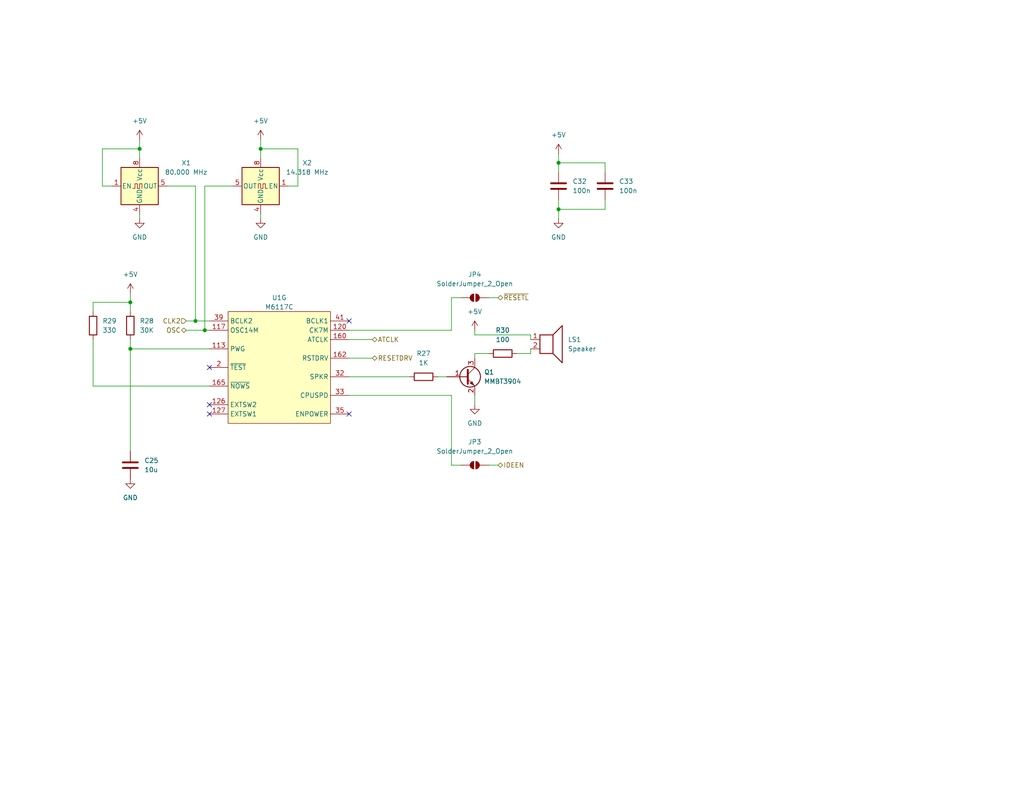
<source format=kicad_sch>
(kicad_sch (version 20250114) (generator "eeschema") (generator_version "9.0")
  (paper "USLetter")
  (lib_symbols
    (symbol "Device:C" (pin_numbers (hide yes)) (pin_names (offset 0.254))
      (property "Reference" "C" (at 0.635 2.54 0))
      (property "Value" "C" (at 0.635 -2.54 0))
      (symbol "C_0_1"
        (polyline (pts (xy -2.032 0.762) (xy 2.032 0.762)) (stroke (width 0.508)))
        (polyline (pts (xy -2.032 -0.762) (xy 2.032 -0.762)) (stroke (width 0.508)))
      )
      (symbol "C_1_1"
        (pin passive line (at 0 3.81 270) (length 2.794) (name "~") (number "1"))
        (pin passive line (at 0 -3.81 90) (length 2.794) (name "~") (number "2"))
      )
    )
    (symbol "Device:R" (pin_numbers (hide yes)) (pin_names (offset 0))
      (property "Reference" "R" (at 2.032 0 90))
      (property "Value" "R" (at 0 0 90))
      (symbol "R_0_1"
        (rectangle (start -1.016 -2.54) (end 1.016 2.54) (stroke (width 0.254)))
      )
      (symbol "R_1_1"
        (pin passive line (at 0 3.81 270) (length 1.27) (name "~") (number "1"))
        (pin passive line (at 0 -3.81 90) (length 1.27) (name "~") (number "2"))
      )
    )
    (symbol "Device:Speaker" (pin_names (offset 0) (hide yes))
      (property "Reference" "LS" (at 1.27 5.715 0))
      (property "Value" "Speaker" (at 1.27 3.81 0))
      (symbol "Speaker_0_0"
        (rectangle (start -2.54 1.27) (end 1.016 -3.81) (stroke (width 0.254)))
        (polyline (pts (xy 1.016 1.27) (xy 3.556 3.81) (xy 3.556 -6.35) (xy 1.016 -3.81)) (stroke (width 0.254)))
      )
      (symbol "Speaker_1_1"
        (pin input line (at -5.08 0 0) (length 2.54) (name "1") (number "1"))
        (pin input line (at -5.08 -2.54 0) (length 2.54) (name "2") (number "2"))
      )
    )
    (symbol "Jumper:SolderJumper_2_Open" (pin_numbers (hide yes)) (pin_names (offset 0) (hide yes)) (exclude_from_sim yes) (in_bom no)
      (property "Reference" "JP" (at 0 2.032 0))
      (property "Value" "SolderJumper_2_Open" (at 0 -2.54 0))
      (symbol "SolderJumper_2_Open_0_1"
        (polyline (pts (xy -0.254 1.016) (xy -0.254 -1.016)))
        (arc (start -0.254 -1.016) (mid -1.2656 0) (end -0.254 1.016))
        (arc (start -0.254 -1.016) (mid -1.2656 0) (end -0.254 1.016) (fill (type outline)))
        (arc (start 0.254 1.016) (mid 1.2656 0) (end 0.254 -1.016))
        (arc (start 0.254 1.016) (mid 1.2656 0) (end 0.254 -1.016) (fill (type outline)))
        (polyline (pts (xy 0.254 1.016) (xy 0.254 -1.016)))
      )
      (symbol "SolderJumper_2_Open_1_1"
        (pin passive line (at -3.81 0 0) (length 2.54) (name "A") (number "1"))
        (pin passive line (at 3.81 0 180) (length 2.54) (name "B") (number "2"))
      )
    )
    (symbol "Oscillator:CXO_DIP8" (pin_names (offset 0.254))
      (property "Reference" "X" (at -5.08 6.35 0))
      (property "Value" "CXO_DIP8" (at 1.27 -6.35 0))
      (symbol "CXO_DIP8_0_1"
        (rectangle (start -5.08 5.08) (end 5.08 -5.08) (stroke (width 0.254)) (fill (type background)))
        (polyline (pts (xy -1.905 -0.635) (xy -1.27 -0.635) (xy -1.27 0.635) (xy -0.635 0.635) (xy -0.635 -0.635) (xy 0 -0.635) (xy 0 0.635) (xy 0.635 0.635) (xy 0.635 -0.635)))
      )
      (symbol "CXO_DIP8_1_1"
        (pin input line (at -7.62 0 0) (length 2.54) (name "EN") (number "1"))
        (pin power_in line (at 0 7.62 270) (length 2.54) (name "Vcc") (number "8"))
        (pin power_in line (at 0 -7.62 90) (length 2.54) (name "GND") (number "4"))
        (pin output line (at 7.62 0 180) (length 2.54) (name "OUT") (number "5"))
      )
    )
    (symbol "Transistor_BJT:MMBT3904" (pin_names (offset 0) (hide yes))
      (property "Reference" "Q" (at 5.08 1.905 0))
      (property "Value" "MMBT3904" (at 5.08 0 0))
      (symbol "MMBT3904_0_1"
        (polyline (pts (xy 0.635 1.905) (xy 0.635 -1.905) (xy 0.635 -1.905)) (stroke (width 0.508)))
        (polyline (pts (xy 0.635 0.635) (xy 2.54 2.54)))
        (polyline (pts (xy 0.635 -0.635) (xy 2.54 -2.54) (xy 2.54 -2.54)))
        (circle (center 1.27 0) (radius 2.8194) (stroke (width 0.254)))
        (polyline (pts (xy 1.27 -1.778) (xy 1.778 -1.27) (xy 2.286 -2.286) (xy 1.27 -1.778) (xy 1.27 -1.778)) (fill (type outline)))
      )
      (symbol "MMBT3904_1_1"
        (pin input line (at -5.08 0 0) (length 5.715) (name "B") (number "1"))
        (pin passive line (at 2.54 5.08 270) (length 2.54) (name "C") (number "3"))
        (pin passive line (at 2.54 -5.08 90) (length 2.54) (name "E") (number "2"))
      )
    )
    (symbol "pc-parts:M6117C"
      (property "Reference" "U" (at 0 0 0))
      (symbol "M6117C_1_0"
        (unit_name "Power")
        (pin power_in line (at -19.05 -12.7 90) (length 5.08) (name "GND") (number "8"))
        (pin power_in line (at -17.78 12.7 270) (length 5.08) (name "VCC") (number "197"))
        (pin power_in line (at -16.51 -12.7 90) (length 5.08) (name "GND") (number "31"))
        (pin power_in line (at -15.24 12.7 270) (length 5.08) (name "VCC") (number "182"))
        (pin power_in line (at -13.97 -12.7 90) (length 5.08) (name "GND") (number "40"))
        (pin power_in line (at -12.7 12.7 270) (length 5.08) (name "VCC") (number "157"))
        (pin power_in line (at -11.43 -12.7 90) (length 5.08) (name "GND") (number "52"))
        (pin power_in line (at -10.16 12.7 270) (length 5.08) (name "VCC") (number "150"))
        (pin power_in line (at -8.89 -12.7 90) (length 5.08) (name "GND") (number "65"))
        (pin power_in line (at -7.62 12.7 270) (length 5.08) (name "VCC") (number "137"))
        (pin power_in line (at -6.35 -12.7 90) (length 5.08) (name "GND") (number "81"))
        (pin power_in line (at -5.08 12.7 270) (length 5.08) (name "VCC") (number "125"))
        (pin power_in line (at -3.81 -12.7 90) (length 5.08) (name "GND") (number "94"))
        (pin power_in line (at -2.54 12.7 270) (length 5.08) (name "VCC") (number "105"))
        (pin power_in line (at -1.27 -12.7 90) (length 5.08) (name "GND") (number "104"))
        (pin power_in line (at 0 12.7 270) (length 5.08) (name "VCC") (number "85"))
        (pin power_in line (at 1.27 -12.7 90) (length 5.08) (name "GND") (number "118"))
        (pin power_in line (at 2.54 12.7 270) (length 5.08) (name "VCC") (number "76"))
        (pin power_in line (at 3.81 -12.7 90) (length 5.08) (name "GND") (number "121"))
        (pin power_in line (at 5.08 12.7 270) (length 5.08) (name "VCC") (number "59"))
        (pin power_in line (at 6.35 -12.7 90) (length 5.08) (name "GND") (number "132"))
        (pin power_in line (at 7.62 12.7 270) (length 5.08) (name "VCC") (number "53"))
        (pin power_in line (at 8.89 -12.7 90) (length 5.08) (name "GND") (number "156"))
        (pin power_in line (at 10.16 12.7 270) (length 5.08) (name "VCC") (number "46"))
        (pin power_in line (at 11.43 -12.7 90) (length 5.08) (name "GND") (number "161"))
        (pin power_in line (at 12.7 12.7 270) (length 5.08) (name "VCC") (number "38"))
        (pin power_in line (at 13.97 -12.7 90) (length 5.08) (name "GND") (number "169"))
        (pin power_in line (at 15.24 12.7 270) (length 5.08) (name "VCC") (number "15"))
        (pin power_in line (at 16.51 -12.7 90) (length 5.08) (name "GND") (number "188"))
        (pin power_in line (at 17.78 12.7 270) (length 5.08) (name "VCC") (number "1"))
        (pin power_in line (at 19.05 -12.7 90) (length 5.08) (name "GND") (number "208"))
      )
      (symbol "M6117C_1_1"
        (unit_name "Power")
        (rectangle (start -20.955 7.62) (end 20.955 -7.62) (fill (type background)))
      )
      (symbol "M6117C_2_0"
        (unit_name "RAM")
        (pin output line (at -19.05 31.75 0) (length 5.08) (name "MA0") (number "108"))
        (pin output line (at -19.05 29.21 0) (length 5.08) (name "MA1") (number "107"))
        (pin output line (at -19.05 26.67 0) (length 5.08) (name "MA2") (number "106"))
        (pin output line (at -19.05 24.13 0) (length 5.08) (name "MA3") (number "103"))
        (pin output line (at -19.05 21.59 0) (length 5.08) (name "MA4") (number "102"))
        (pin output line (at -19.05 19.05 0) (length 5.08) (name "MA5") (number "101"))
        (pin output line (at -19.05 16.51 0) (length 5.08) (name "MA6") (number "100"))
        (pin output line (at -19.05 13.97 0) (length 5.08) (name "MA7") (number "99"))
        (pin output line (at -19.05 11.43 0) (length 5.08) (name "MA8") (number "98"))
        (pin output line (at -19.05 8.89 0) (length 5.08) (name "MA9") (number "97"))
        (pin output line (at -19.05 6.35 0) (length 5.08) (name "MA10") (number "96"))
        (pin output line (at -19.05 3.81 0) (length 5.08) (name "MA11") (number "95"))
        (pin output line (at -19.05 -1.27 0) (length 5.08) (name "~{RAS0}") (number "84"))
        (pin output line (at -19.05 -3.81 0) (length 5.08) (name "~{RAS1}") (number "83"))
        (pin output line (at -19.05 -6.35 0) (length 5.08) (name "~{RAS2}") (number "82"))
        (pin output line (at -19.05 -8.89 0) (length 5.08) (name "~{RAS3}") (number "80"))
        (pin output line (at -19.05 -13.97 0) (length 5.08) (name "~{CAS0L}") (number "93"))
        (pin output line (at -19.05 -16.51 0) (length 5.08) (name "~{CAS0H}") (number "92"))
        (pin output line (at -19.05 -19.05 0) (length 5.08) (name "~{CAS1L}") (number "91"))
        (pin output line (at -19.05 -21.59 0) (length 5.08) (name "~{CAS1H}") (number "90"))
        (pin output line (at -19.05 -24.13 0) (length 5.08) (name "~{CAS2L}") (number "89"))
        (pin output line (at -19.05 -26.67 0) (length 5.08) (name "~{CAS2H}") (number "88"))
        (pin output line (at -19.05 -29.21 0) (length 5.08) (name "~{CAS3L}") (number "87"))
        (pin output line (at -19.05 -31.75 0) (length 5.08) (name "~{CAS3H}") (number "86"))
        (pin bidirectional line (at 19.05 31.75 180) (length 5.08) (name "BD0") (number "75"))
        (pin bidirectional line (at 19.05 29.21 180) (length 5.08) (name "BD1") (number "74"))
        (pin bidirectional line (at 19.05 26.67 180) (length 5.08) (name "BD2") (number "73"))
        (pin bidirectional line (at 19.05 24.13 180) (length 5.08) (name "BD3") (number "72"))
        (pin bidirectional line (at 19.05 21.59 180) (length 5.08) (name "BD4") (number "71"))
        (pin bidirectional line (at 19.05 19.05 180) (length 5.08) (name "BD5") (number "70"))
        (pin bidirectional line (at 19.05 16.51 180) (length 5.08) (name "BD6") (number "69"))
        (pin bidirectional line (at 19.05 13.97 180) (length 5.08) (name "BD7") (number "68"))
        (pin bidirectional line (at 19.05 11.43 180) (length 5.08) (name "BD8") (number "67"))
        (pin bidirectional line (at 19.05 8.89 180) (length 5.08) (name "BD9") (number "66"))
        (pin bidirectional line (at 19.05 6.35 180) (length 5.08) (name "BD10") (number "64"))
        (pin bidirectional line (at 19.05 3.81 180) (length 5.08) (name "BD11") (number "63"))
        (pin bidirectional line (at 19.05 1.27 180) (length 5.08) (name "BD12") (number "62"))
        (pin bidirectional line (at 19.05 -1.27 180) (length 5.08) (name "BD13") (number "61"))
        (pin bidirectional line (at 19.05 -3.81 180) (length 5.08) (name "BD14") (number "60"))
        (pin bidirectional line (at 19.05 -6.35 180) (length 5.08) (name "BD15") (number "58"))
        (pin bidirectional line (at 19.05 -11.43 180) (length 5.08) (name "PDH") (number "77"))
        (pin bidirectional line (at 19.05 -13.97 180) (length 5.08) (name "PDL") (number "78"))
        (pin output line (at 19.05 -19.05 180) (length 5.08) (name "~{WE}") (number "79"))
      )
      (symbol "M6117C_2_1"
        (unit_name "RAM")
        (rectangle (start -13.97 33.655) (end 13.97 -33.655) (fill (type background)))
      )
      (symbol "M6117C_3_0"
        (unit_name "RTC and ROM Interface")
        (pin power_in line (at -19.05 12.7 0) (length 5.08) (name "VBAT") (number "110"))
        (pin input line (at -19.05 7.62 0) (length 5.08) (name "XTAL1") (number "111"))
        (pin output line (at -19.05 5.08 0) (length 5.08) (name "XTAL2") (number "112"))
        (pin output line (at -19.05 0 0) (length 5.08) (name "AS") (number "109"))
        (pin output line (at -19.05 -5.08 0) (length 5.08) (name "~{RTCW}") (number "114"))
        (pin output line (at -19.05 -7.62 0) (length 5.08) (name "~{RTCR}") (number "115"))
        (pin input line (at -19.05 -12.7 0) (length 5.08) (name "~{IRQ8}") (number "116"))
        (pin bidirectional line (at 19.05 12.7 180) (length 5.08) (name "XD0") (number "136"))
        (pin bidirectional line (at 19.05 10.16 180) (length 5.08) (name "XD1") (number "135"))
        (pin bidirectional line (at 19.05 7.62 180) (length 5.08) (name "XD2") (number "134"))
        (pin bidirectional line (at 19.05 5.08 180) (length 5.08) (name "XD3") (number "133"))
        (pin bidirectional line (at 19.05 2.54 180) (length 5.08) (name "XD4") (number "131"))
        (pin bidirectional line (at 19.05 0 180) (length 5.08) (name "XD5") (number "130"))
        (pin bidirectional line (at 19.05 -2.54 180) (length 5.08) (name "XD6") (number "129"))
        (pin bidirectional line (at 19.05 -5.08 180) (length 5.08) (name "XD7") (number "128"))
        (pin bidirectional line (at 19.05 -10.16 180) (length 5.08) (name "~{ROMKBCS}") (number "119"))
      )
      (symbol "M6117C_3_1"
        (unit_name "RTC and ROM Interface")
        (rectangle (start -13.97 15.24) (end 13.97 -15.24) (fill (type background)))
      )
      (symbol "M6117C_4_0"
        (unit_name "NPU Interface")
        (pin output line (at -19.05 8.89 0) (length 5.08) (name "BA25") (number "42"))
        (pin output line (at -19.05 6.35 0) (length 5.08) (name "BA24") (number "43"))
        (pin output line (at -19.05 3.81 0) (length 5.08) (name "BA23") (number "44"))
        (pin output line (at -19.05 1.27 0) (length 5.08) (name "BA2") (number "45"))
        (pin input line (at -19.05 -1.27 0) (length 5.08) (name "~{BUSY7}") (number "47"))
        (pin input line (at -19.05 -3.81 0) (length 5.08) (name "~{ERR7}") (number "55"))
        (pin input line (at -19.05 -6.35 0) (length 5.08) (name "~{NPRDY7}") (number "56"))
        (pin input line (at -19.05 -8.89 0) (length 5.08) (name "PRQ7") (number "57"))
        (pin output line (at 19.05 8.89 180) (length 5.08) (name "W/~{R}") (number "48"))
        (pin output line (at 19.05 6.35 180) (length 5.08) (name "D/~{C}") (number "49"))
        (pin output line (at 19.05 3.81 180) (length 5.08) (name "M/~{IO}") (number "50"))
        (pin output line (at 19.05 1.27 180) (length 5.08) (name "RSTNP") (number "51"))
        (pin output line (at 19.05 -1.27 180) (length 5.08) (name "~{ADS}") (number "54"))
        (pin output line (at 19.05 -3.81 180) (length 5.08) (name "~{BEH}") (number "36"))
        (pin output line (at 19.05 -6.35 180) (length 5.08) (name "~{BEL}") (number "37"))
        (pin output line (at 19.05 -8.89 180) (length 5.08) (name "~{RDY0}") (number "30"))
      )
      (symbol "M6117C_4_1"
        (unit_name "NPU Interface")
        (rectangle (start -13.97 10.795) (end 13.97 -10.795) (fill (type background)))
      )
      (symbol "M6117C_5_0"
        (unit_name "Keyboard and Mouse")
        (pin bidirectional line (at 19.05 5.08 180) (length 5.08) (name "KBCLK") (number "122"))
        (pin bidirectional line (at 19.05 2.54 180) (length 5.08) (name "KBDATA") (number "123"))
        (pin bidirectional line (at 19.05 -2.54 180) (length 5.08) (name "MSCLK") (number "34"))
        (pin bidirectional line (at 19.05 -5.08 180) (length 5.08) (name "MSDATA/IRQ12") (number "155"))
      )
      (symbol "M6117C_5_1"
        (unit_name "Keyboard and Mouse")
        (rectangle (start -13.97 6.985) (end 13.97 -6.985) (fill (type background)))
      )
      (symbol "M6117C_6_0"
        (unit_name "ISA Interface")
        (pin input line (at -19.05 53.34 0) (length 5.08) (name "~{IO16}") (number "3"))
        (pin input line (at -19.05 50.8 0) (length 5.08) (name "~{MEM16}") (number "4"))
        (pin input line (at -19.05 48.26 0) (length 5.08) (name "~{IOCHK}") (number "196"))
        (pin input line (at -19.05 45.72 0) (length 5.08) (name "~{MASTER}") (number "198"))
        (pin bidirectional line (at -19.05 43.18 0) (length 5.08) (name "AEN") (number "199"))
        (pin bidirectional line (at -19.05 40.64 0) (length 5.08) (name "~{BHE}") (number "200"))
        (pin output line (at -19.05 38.1 0) (length 5.08) (name "TC") (number "14"))
        (pin bidirectional line (at -19.05 35.56 0) (length 5.08) (name "~{REFRESH}") (number "163"))
        (pin input line (at -19.05 33.02 0) (length 5.08) (name "IOCHRDY") (number "164"))
        (pin bidirectional line (at -19.05 30.48 0) (length 5.08) (name "~{IOR}") (number "166"))
        (pin bidirectional line (at -19.05 27.94 0) (length 5.08) (name "~{IOW}") (number "167"))
        (pin output line (at -19.05 25.4 0) (length 5.08) (name "~{SMEMR}") (number "168"))
        (pin output line (at -19.05 22.86 0) (length 5.08) (name "~{SMEMW}") (number "170"))
        (pin bidirectional line (at -19.05 20.32 0) (length 5.08) (name "~{MRD}") (number "171"))
        (pin bidirectional line (at -19.05 17.78 0) (length 5.08) (name "~{MWT}") (number "172"))
        (pin output line (at -19.05 15.24 0) (length 5.08) (name "BALE") (number "173"))
        (pin bidirectional line (at -19.05 10.16 0) (length 5.08) (name "~{DACK0}") (number "16"))
        (pin bidirectional line (at -19.05 7.62 0) (length 5.08) (name "DRQ0") (number "17"))
        (pin bidirectional line (at -19.05 5.08 0) (length 5.08) (name "~{DACK1}") (number "18"))
        (pin bidirectional line (at -19.05 2.54 0) (length 5.08) (name "DRQ1") (number "19"))
        (pin bidirectional line (at -19.05 0 0) (length 5.08) (name "~{DACK2}") (number "20"))
        (pin bidirectional line (at -19.05 -2.54 0) (length 5.08) (name "DRQ2") (number "21"))
        (pin bidirectional line (at -19.05 -5.08 0) (length 5.08) (name "~{DACK3}") (number "22"))
        (pin bidirectional line (at -19.05 -7.62 0) (length 5.08) (name "DRQ3") (number "23"))
        (pin bidirectional line (at -19.05 -10.16 0) (length 5.08) (name "~{DACK5}") (number "24"))
        (pin bidirectional line (at -19.05 -12.7 0) (length 5.08) (name "DRQ5") (number "25"))
        (pin bidirectional line (at -19.05 -15.24 0) (length 5.08) (name "~{DACK6}") (number "26"))
        (pin bidirectional line (at -19.05 -17.78 0) (length 5.08) (name "DRQ6") (number "27"))
        (pin bidirectional line (at -19.05 -20.32 0) (length 5.08) (name "~{DACK7}") (number "28"))
        (pin bidirectional line (at -19.05 -22.86 0) (length 5.08) (name "DRQ7") (number "29"))
        (pin bidirectional line (at -19.05 -27.94 0) (length 5.08) (name "IRQ1") (number "124"))
        (pin input line (at -19.05 -30.48 0) (length 5.08) (name "IRQ3") (number "152"))
        (pin input line (at -19.05 -33.02 0) (length 5.08) (name "IRQ4") (number "151"))
        (pin input line (at -19.05 -35.56 0) (length 5.08) (name "IRQ5") (number "149"))
        (pin input line (at -19.05 -38.1 0) (length 5.08) (name "IRQ6") (number "148"))
        (pin input line (at -19.05 -40.64 0) (length 5.08) (name "IRQ7") (number "147"))
        (pin input line (at -19.05 -43.18 0) (length 5.08) (name "IRQ9") (number "146"))
        (pin input line (at -19.05 -45.72 0) (length 5.08) (name "IRQ10") (number "153"))
        (pin input line (at -19.05 -48.26 0) (length 5.08) (name "IRQ11") (number "154"))
        (pin input line (at -19.05 -50.8 0) (length 5.08) (name "IRQ14") (number "158"))
        (pin input line (at -19.05 -53.34 0) (length 5.08) (name "IRQ15") (number "159"))
        (pin bidirectional line (at 19.05 55.88 180) (length 5.08) (name "SD0") (number "145"))
        (pin bidirectional line (at 19.05 53.34 180) (length 5.08) (name "SD1") (number "144"))
        (pin bidirectional line (at 19.05 50.8 180) (length 5.08) (name "SD2") (number "143"))
        (pin bidirectional line (at 19.05 48.26 180) (length 5.08) (name "SD3") (number "142"))
        (pin bidirectional line (at 19.05 45.72 180) (length 5.08) (name "SD4") (number "141"))
        (pin bidirectional line (at 19.05 43.18 180) (length 5.08) (name "SD5") (number "140"))
        (pin bidirectional line (at 19.05 40.64 180) (length 5.08) (name "SD6") (number "139"))
        (pin bidirectional line (at 19.05 38.1 180) (length 5.08) (name "SD7") (number "138"))
        (pin bidirectional line (at 19.05 35.56 180) (length 5.08) (name "SD8") (number "5"))
        (pin bidirectional line (at 19.05 33.02 180) (length 5.08) (name "SD9") (number "6"))
        (pin bidirectional line (at 19.05 30.48 180) (length 5.08) (name "SD10") (number "7"))
        (pin bidirectional line (at 19.05 27.94 180) (length 5.08) (name "SD11") (number "9"))
        (pin bidirectional line (at 19.05 25.4 180) (length 5.08) (name "SD12") (number "10"))
        (pin bidirectional line (at 19.05 22.86 180) (length 5.08) (name "SD13") (number "11"))
        (pin bidirectional line (at 19.05 20.32 180) (length 5.08) (name "SD14") (number "12"))
        (pin bidirectional line (at 19.05 17.78 180) (length 5.08) (name "SD15") (number "13"))
        (pin bidirectional line (at 19.05 12.7 180) (length 5.08) (name "SA0") (number "195"))
        (pin bidirectional line (at 19.05 10.16 180) (length 5.08) (name "SA1") (number "194"))
        (pin bidirectional line (at 19.05 7.62 180) (length 5.08) (name "SA2") (number "193"))
        (pin bidirectional line (at 19.05 5.08 180) (length 5.08) (name "SA3") (number "192"))
        (pin bidirectional line (at 19.05 2.54 180) (length 5.08) (name "SA4") (number "191"))
        (pin bidirectional line (at 19.05 0 180) (length 5.08) (name "SA5") (number "190"))
        (pin bidirectional line (at 19.05 -2.54 180) (length 5.08) (name "SA6") (number "189"))
        (pin bidirectional line (at 19.05 -5.08 180) (length 5.08) (name "SA7") (number "187"))
        (pin bidirectional line (at 19.05 -7.62 180) (length 5.08) (name "SA8") (number "186"))
        (pin bidirectional line (at 19.05 -10.16 180) (length 5.08) (name "SA9") (number "185"))
        (pin bidirectional line (at 19.05 -12.7 180) (length 5.08) (name "SA10") (number "184"))
        (pin bidirectional line (at 19.05 -15.24 180) (length 5.08) (name "SA11") (number "183"))
        (pin bidirectional line (at 19.05 -17.78 180) (length 5.08) (name "SA12") (number "181"))
        (pin bidirectional line (at 19.05 -20.32 180) (length 5.08) (name "SA13") (number "180"))
        (pin bidirectional line (at 19.05 -22.86 180) (length 5.08) (name "SA14") (number "179"))
        (pin bidirectional line (at 19.05 -25.4 180) (length 5.08) (name "SA15") (number "178"))
        (pin bidirectional line (at 19.05 -27.94 180) (length 5.08) (name "SA16") (number "177"))
        (pin bidirectional line (at 19.05 -30.48 180) (length 5.08) (name "~{HDEN}/SA17") (number "176"))
        (pin bidirectional line (at 19.05 -33.02 180) (length 5.08) (name "~{HDCS0}/SA18") (number "175"))
        (pin bidirectional line (at 19.05 -35.56 180) (length 5.08) (name "~{HDCS1}/SA19") (number "174"))
        (pin bidirectional line (at 19.05 -40.64 180) (length 5.08) (name "LA17") (number "207"))
        (pin bidirectional line (at 19.05 -43.18 180) (length 5.08) (name "LA18") (number "206"))
        (pin bidirectional line (at 19.05 -45.72 180) (length 5.08) (name "LA19") (number "205"))
        (pin bidirectional line (at 19.05 -48.26 180) (length 5.08) (name "LA20") (number "204"))
        (pin bidirectional line (at 19.05 -50.8 180) (length 5.08) (name "LA21") (number "203"))
        (pin bidirectional line (at 19.05 -53.34 180) (length 5.08) (name "LA22") (number "202"))
        (pin bidirectional line (at 19.05 -55.88 180) (length 5.08) (name "LA23") (number "201"))
      )
      (symbol "M6117C_6_1"
        (unit_name "ISA Interface")
        (rectangle (start -13.97 58.42) (end 13.97 -58.42) (fill (type background)))
      )
      (symbol "M6117C_7_0"
        (unit_name "Oscillators and Misc")
        (pin input line (at -19.05 12.7 0) (length 5.08) (name "BCLK2") (number "39"))
        (pin input line (at -19.05 10.16 0) (length 5.08) (name "OSC14M") (number "117"))
        (pin input line (at -19.05 5.08 0) (length 5.08) (name "PWG") (number "113"))
        (pin input line (at -19.05 0 0) (length 5.08) (name "~{TEST}") (number "2"))
        (pin input line (at -19.05 -5.08 0) (length 5.08) (name "~{NOWS}") (number "165"))
        (pin input line (at -19.05 -10.16 0) (length 5.08) (name "EXTSW2") (number "126"))
        (pin input line (at -19.05 -12.7 0) (length 5.08) (name "EXTSW1") (number "127"))
        (pin output line (at 19.05 12.7 180) (length 5.08) (name "BCLK1") (number "41"))
        (pin output line (at 19.05 10.16 180) (length 5.08) (name "CK7M") (number "120"))
        (pin output line (at 19.05 7.62 180) (length 5.08) (name "ATCLK") (number "160"))
        (pin output line (at 19.05 2.54 180) (length 5.08) (name "RSTDRV") (number "162"))
        (pin output line (at 19.05 -2.54 180) (length 5.08) (name "SPKR") (number "32"))
        (pin output line (at 19.05 -7.62 180) (length 5.08) (name "CPUSPD") (number "33"))
        (pin output line (at 19.05 -12.7 180) (length 5.08) (name "ENPOWER") (number "35"))
      )
      (symbol "M6117C_7_1"
        (unit_name "Oscillators and Misc")
        (rectangle (start -13.97 15.24) (end 13.97 -15.24) (fill (type background)))
      )
    )
    (symbol "power:+5V" (power) (pin_numbers (hide yes)) (pin_names (offset 0) (hide yes))
      (property "Value" "+5V" (at 0 3.556 0))
      (symbol "+5V_0_1"
        (polyline (pts (xy -0.762 1.27) (xy 0 2.54)))
        (polyline (pts (xy 0 2.54) (xy 0.762 1.27)))
        (polyline (pts (xy 0 0) (xy 0 2.54)))
      )
      (symbol "+5V_1_1"
        (pin power_in line (at 0 0 90) (length 0) (name "~") (number "1"))
      )
    )
    (symbol "power:GND" (power) (pin_numbers (hide yes)) (pin_names (offset 0) (hide yes))
      (property "Value" "GND" (at 0 -3.81 0))
      (symbol "GND_0_1"
        (polyline (pts (xy 0 0) (xy 0 -1.27) (xy 1.27 -1.27) (xy 0 -2.54) (xy -1.27 -1.27) (xy 0 -1.27)))
      )
      (symbol "GND_1_1"
        (pin power_in line (at 0 0 270) (length 0) (name "~") (number "1"))
      )
    )
  )
  (junction (at 152.4 57.15))
  (junction (at 71.12 40.64))
  (junction (at 152.4 44.45))
  (junction (at 35.56 95.25))
  (junction (at 53.34 87.63))
  (junction (at 38.1 40.64))
  (junction (at 35.56 82.55))
  (junction (at 55.88 90.17))
  (no_connect (at 95.25 113.03))
  (no_connect (at 95.25 87.63))
  (no_connect (at 57.15 113.03))
  (no_connect (at 57.15 110.49))
  (no_connect (at 57.15 100.33))
  (wire (pts (xy 57.15 95.25) (xy 35.56 95.25)))
  (wire (pts (xy 55.88 90.17) (xy 57.15 90.17)))
  (wire (pts (xy 152.4 44.45) (xy 152.4 46.99)))
  (wire (pts (xy 119.38 102.87) (xy 121.92 102.87)))
  (wire (pts (xy 57.15 87.63) (xy 53.34 87.63)))
  (wire (pts (xy 152.4 41.91) (xy 152.4 44.45)))
  (wire (pts (xy 38.1 58.42) (xy 38.1 59.69)))
  (wire (pts (xy 71.12 40.64) (xy 71.12 43.18)))
  (wire (pts (xy 165.1 44.45) (xy 165.1 46.99)))
  (wire (pts (xy 165.1 57.15) (xy 152.4 57.15)))
  (wire (pts (xy 123.19 81.28) (xy 125.73 81.28)))
  (wire (pts (xy 123.19 107.95) (xy 95.25 107.95)))
  (wire (pts (xy 133.35 127) (xy 135.89 127)))
  (wire (pts (xy 125.73 127) (xy 123.19 127)))
  (wire (pts (xy 45.72 50.8) (xy 53.34 50.8)))
  (wire (pts (xy 30.48 50.8) (xy 27.94 50.8)))
  (wire (pts (xy 95.25 90.17) (xy 123.19 90.17)))
  (wire (pts (xy 133.35 81.28) (xy 135.89 81.28)))
  (wire (pts (xy 78.74 50.8) (xy 81.28 50.8)))
  (wire (pts (xy 152.4 44.45) (xy 165.1 44.45)))
  (wire (pts (xy 53.34 50.8) (xy 53.34 87.63)))
  (wire (pts (xy 129.54 107.95) (xy 129.54 110.49)))
  (wire (pts (xy 35.56 95.25) (xy 35.56 123.19)))
  (wire (pts (xy 95.25 97.79) (xy 101.6 97.79)))
  (wire (pts (xy 152.4 57.15) (xy 152.4 59.69)))
  (wire (pts (xy 63.5 50.8) (xy 55.88 50.8)))
  (wire (pts (xy 129.54 96.52) (xy 129.54 97.79)))
  (wire (pts (xy 38.1 40.64) (xy 38.1 43.18)))
  (wire (pts (xy 25.4 105.41) (xy 25.4 92.71)))
  (wire (pts (xy 152.4 57.15) (xy 152.4 54.61)))
  (wire (pts (xy 133.35 96.52) (xy 129.54 96.52)))
  (wire (pts (xy 129.54 91.44) (xy 129.54 90.17)))
  (wire (pts (xy 144.78 91.44) (xy 129.54 91.44)))
  (wire (pts (xy 71.12 58.42) (xy 71.12 59.69)))
  (wire (pts (xy 35.56 82.55) (xy 35.56 85.09)))
  (wire (pts (xy 55.88 50.8) (xy 55.88 90.17)))
  (wire (pts (xy 81.28 40.64) (xy 71.12 40.64)))
  (wire (pts (xy 81.28 50.8) (xy 81.28 40.64)))
  (wire (pts (xy 123.19 127) (xy 123.19 107.95)))
  (wire (pts (xy 144.78 95.25) (xy 144.78 96.52)))
  (wire (pts (xy 27.94 50.8) (xy 27.94 40.64)))
  (wire (pts (xy 50.8 90.17) (xy 55.88 90.17)))
  (wire (pts (xy 35.56 92.71) (xy 35.56 95.25)))
  (wire (pts (xy 144.78 96.52) (xy 140.97 96.52)))
  (wire (pts (xy 57.15 105.41) (xy 25.4 105.41)))
  (wire (pts (xy 95.25 102.87) (xy 111.76 102.87)))
  (wire (pts (xy 27.94 40.64) (xy 38.1 40.64)))
  (wire (pts (xy 165.1 54.61) (xy 165.1 57.15)))
  (wire (pts (xy 123.19 90.17) (xy 123.19 81.28)))
  (wire (pts (xy 95.25 92.71) (xy 101.6 92.71)))
  (wire (pts (xy 71.12 38.1) (xy 71.12 40.64)))
  (wire (pts (xy 53.34 87.63) (xy 50.8 87.63)))
  (wire (pts (xy 144.78 91.44) (xy 144.78 92.71)))
  (wire (pts (xy 38.1 38.1) (xy 38.1 40.64)))
  (wire (pts (xy 35.56 80.01) (xy 35.56 82.55)))
  (wire (pts (xy 25.4 85.09) (xy 25.4 82.55)))
  (wire (pts (xy 25.4 82.55) (xy 35.56 82.55)))
  (hierarchical_label "RESETDRV" (shape bidirectional) (at 101.6 97.79 0))
  (hierarchical_label "CLK2" (shape input) (at 50.8 87.63 180))
  (hierarchical_label "OSC" (shape bidirectional) (at 50.8 90.17 180))
  (hierarchical_label "IDEEN" (shape bidirectional) (at 135.89 127 0))
  (hierarchical_label "~{RESETL}" (shape bidirectional) (at 135.89 81.28 0))
  (hierarchical_label "ATCLK" (shape bidirectional) (at 101.6 92.71 0))
  (symbol (lib_id "Device:C") (at 165.1 50.8 0) (unit 1)
    (property "Reference" "C33" (at 168.91 49.5299 0) (effects (justify left)))
    (property "Value" "100n" (at 168.91 52.0699 0) (effects (justify left)))
    (property "Footprint" "Capacitor_SMD:C_0603_1608Metric_Pad1.08x0.95mm_HandSolder" (effects (hide yes)))
    (property "Description" "Unpolarized capacitor" (effects (hide yes)))
  )
  (symbol (lib_id "Device:R") (at 35.56 88.9 180) (unit 1)
    (property "Reference" "R28" (at 38.1 87.6299 0) (effects (justify right)))
    (property "Value" "30K" (at 38.1 90.1699 0) (effects (justify right)))
    (property "Footprint" "Resistor_SMD:R_0603_1608Metric_Pad0.98x0.95mm_HandSolder" (effects (hide yes)))
    (property "Description" "Resistor" (effects (hide yes)))
  )
  (symbol (lib_id "power:GND") (at 35.56 130.81 0) (unit 1)
    (property "Reference" "#PWR035" (effects (hide yes)))
    (property "Value" "GND" (at 35.56 135.89 0))
    (property "Description" "Power symbol creates a global label with name \"GND\" , ground" (effects (hide yes)))
  )
  (symbol (lib_id "power:GND") (at 129.54 110.49 0) (unit 1)
    (property "Reference" "#PWR025" (effects (hide yes)))
    (property "Value" "GND" (at 129.54 115.57 0))
    (property "Description" "Power symbol creates a global label with name \"GND\" , ground" (effects (hide yes)))
  )
  (symbol (lib_id "pc-parts:M6117C") (at 76.2 100.33 0) (unit 7)
    (property "Reference" "U1" (at 76.2 81.28 0))
    (property "Value" "M6117C" (at 76.2 83.82 0))
    (property "Footprint" "Package_QFP:PQFP-208_28x28mm_P0.5mm" (effects (hide yes)))
  )
  (symbol (lib_id "power:GND") (at 71.12 59.69 0) (mirror y) (unit 1)
    (property "Reference" "#PWR039" (effects (hide yes)))
    (property "Value" "GND" (at 71.12 64.77 0))
    (property "Description" "Power symbol creates a global label with name \"GND\" , ground" (effects (hide yes)))
  )
  (symbol (lib_id "Transistor_BJT:MMBT3904") (at 127 102.87 0) (unit 1)
    (property "Reference" "Q1" (at 132.08 101.5999 0) (effects (justify left)))
    (property "Value" "MMBT3904" (at 132.08 104.1399 0) (effects (justify left)))
    (property "Footprint" "Package_TO_SOT_SMD:SOT-23" (effects (hide yes)))
    (property "Datasheet" "https://www.onsemi.com/pdf/datasheet/pzt3904-d.pdf" (effects (hide yes)))
    (property "Description" "0.2A Ic, 40V Vce, Small Signal NPN Transistor, SOT-23" (effects (hide yes)))
  )
  (symbol (lib_id "power:+5V") (at 71.12 38.1 0) (mirror y) (unit 1)
    (property "Reference" "#PWR038" (effects (hide yes)))
    (property "Value" "+5V" (at 71.12 33.02 0))
    (property "Description" "Power symbol creates a global label with name \"+5V\"" (effects (hide yes)))
  )
  (symbol (lib_id "Device:R") (at 115.57 102.87 90) (unit 1)
    (property "Reference" "R27" (at 115.57 96.52 90))
    (property "Value" "1K" (at 115.57 99.06 90))
    (property "Footprint" "Resistor_SMD:R_0603_1608Metric_Pad0.98x0.95mm_HandSolder" (effects (hide yes)))
    (property "Description" "Resistor" (effects (hide yes)))
  )
  (symbol (lib_id "Device:C") (at 35.56 127 0) (unit 1)
    (property "Reference" "C25" (at 39.37 125.7299 0) (effects (justify left)))
    (property "Value" "10u" (at 39.37 128.2699 0) (effects (justify left)))
    (property "Footprint" "Capacitor_SMD:C_1206_3216Metric_Pad1.33x1.80mm_HandSolder" (effects (hide yes)))
    (property "Description" "Unpolarized capacitor" (effects (hide yes)))
  )
  (symbol (lib_id "power:+5V") (at 129.54 90.17 0) (unit 1)
    (property "Reference" "#PWR026" (effects (hide yes)))
    (property "Value" "+5V" (at 129.54 85.09 0))
    (property "Description" "Power symbol creates a global label with name \"+5V\"" (effects (hide yes)))
  )
  (symbol (lib_id "Device:C") (at 152.4 50.8 0) (unit 1)
    (property "Reference" "C32" (at 156.21 49.5299 0) (effects (justify left)))
    (property "Value" "100n" (at 156.21 52.0699 0) (effects (justify left)))
    (property "Footprint" "Capacitor_SMD:C_0603_1608Metric_Pad1.08x0.95mm_HandSolder" (effects (hide yes)))
    (property "Description" "Unpolarized capacitor" (effects (hide yes)))
  )
  (symbol (lib_id "power:+5V") (at 38.1 38.1 0) (unit 1)
    (property "Reference" "#PWR036" (effects (hide yes)))
    (property "Value" "+5V" (at 38.1 33.02 0))
    (property "Description" "Power symbol creates a global label with name \"+5V\"" (effects (hide yes)))
  )
  (symbol (lib_id "Device:R") (at 25.4 88.9 180) (unit 1)
    (property "Reference" "R29" (at 27.94 87.6299 0) (effects (justify right)))
    (property "Value" "330" (at 27.94 90.1699 0) (effects (justify right)))
    (property "Footprint" "Resistor_SMD:R_0603_1608Metric_Pad0.98x0.95mm_HandSolder" (effects (hide yes)))
    (property "Description" "Resistor" (effects (hide yes)))
  )
  (symbol (lib_id "Jumper:SolderJumper_2_Open") (at 129.54 127 0) (unit 1) (exclude_from_sim yes) (in_bom no)
    (property "Reference" "JP3" (at 129.54 120.65 0))
    (property "Value" "SolderJumper_2_Open" (at 129.54 123.19 0))
    (property "Footprint" "Jumper:SolderJumper-2_P1.3mm_Open_RoundedPad1.0x1.5mm" (effects (hide yes)))
    (property "Description" "Solder Jumper, 2-pole, open" (effects (hide yes)))
  )
  (symbol (lib_id "Oscillator:CXO_DIP8") (at 38.1 50.8 0) (unit 1)
    (property "Reference" "X1" (at 50.8 44.4814 0))
    (property "Value" "80.000 MHz" (at 50.8 47.0214 0))
    (property "Footprint" "Oscillator:Oscillator_DIP-8" (effects (hide yes)))
    (property "Datasheet" "http://cdn-reichelt.de/documents/datenblatt/B400/OSZI.pdf" (effects (hide yes)))
    (property "Description" "Crystal Clock Oscillator, DIP8-style metal package" (effects (hide yes)))
    (property "Digikey" "XC283-ND" (effects (hide yes)))
  )
  (symbol (lib_id "power:GND") (at 152.4 59.69 0) (unit 1)
    (property "Reference" "#PWR045" (effects (hide yes)))
    (property "Value" "GND" (at 152.4 64.77 0))
    (property "Description" "Power symbol creates a global label with name \"GND\" , ground" (effects (hide yes)))
  )
  (symbol (lib_id "power:GND") (at 38.1 59.69 0) (unit 1)
    (property "Reference" "#PWR037" (effects (hide yes)))
    (property "Value" "GND" (at 38.1 64.77 0))
    (property "Description" "Power symbol creates a global label with name \"GND\" , ground" (effects (hide yes)))
  )
  (symbol (lib_id "power:+5V") (at 35.56 80.01 0) (unit 1)
    (property "Reference" "#PWR034" (effects (hide yes)))
    (property "Value" "+5V" (at 35.56 74.93 0))
    (property "Description" "Power symbol creates a global label with name \"+5V\"" (effects (hide yes)))
  )
  (symbol (lib_id "Oscillator:CXO_DIP8") (at 71.12 50.8 0) (mirror y) (unit 1)
    (property "Reference" "X2" (at 83.82 44.4814 0))
    (property "Value" "14.318 MHz" (at 83.82 47.0214 0))
    (property "Footprint" "Oscillator:Oscillator_DIP-8" (effects (hide yes)))
    (property "Datasheet" "http://cdn-reichelt.de/documents/datenblatt/B400/OSZI.pdf" (effects (hide yes)))
    (property "Description" "Crystal Clock Oscillator, DIP8-style metal package" (effects (hide yes)))
    (property "Digikey" "110-MXO45HS-3C-14M318180-ND" (effects (hide yes)))
  )
  (symbol (lib_id "power:+5V") (at 152.4 41.91 0) (unit 1)
    (property "Reference" "#PWR044" (effects (hide yes)))
    (property "Value" "+5V" (at 152.4 36.83 0))
    (property "Description" "Power symbol creates a global label with name \"+5V\"" (effects (hide yes)))
  )
  (symbol (lib_id "Device:R") (at 137.16 96.52 90) (unit 1)
    (property "Reference" "R30" (at 137.16 90.17 90))
    (property "Value" "100" (at 137.16 92.71 90))
    (property "Footprint" "Resistor_SMD:R_0603_1608Metric_Pad0.98x0.95mm_HandSolder" (effects (hide yes)))
    (property "Description" "Resistor" (effects (hide yes)))
  )
  (symbol (lib_id "Jumper:SolderJumper_2_Open") (at 129.54 81.28 0) (unit 1) (exclude_from_sim yes) (in_bom no)
    (property "Reference" "JP4" (at 129.54 74.93 0))
    (property "Value" "SolderJumper_2_Open" (at 129.54 77.47 0))
    (property "Footprint" "Jumper:SolderJumper-2_P1.3mm_Open_RoundedPad1.0x1.5mm" (effects (hide yes)))
    (property "Description" "Solder Jumper, 2-pole, open" (effects (hide yes)))
  )
  (symbol (lib_id "Device:Speaker") (at 149.86 92.71 0) (unit 1)
    (property "Reference" "LS1" (at 154.94 92.7099 0) (effects (justify left)))
    (property "Value" "Speaker" (at 154.94 95.2499 0) (effects (justify left)))
    (property "Footprint" "Buzzer_Beeper:Buzzer_TDK_PS1240P02BT_D12.2mm_H6.5mm" (effects (hide yes)))
    (property "Description" "Speaker" (effects (hide yes)))
  )
)
</source>
